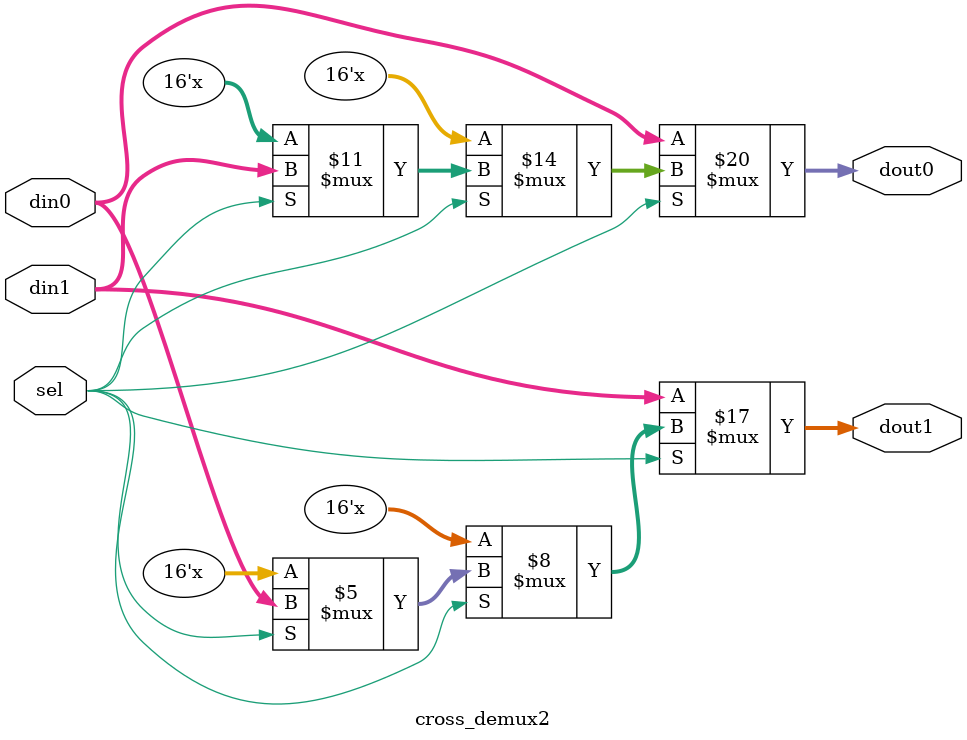
<source format=v>

`timescale 1ns / 1ps

module cross_demux2 #( parameter WIDTH = 16)
	(
    input [WIDTH-1:0] din0, din1,
    input sel,
    output reg [WIDTH-1:0] dout0,
    output reg [WIDTH-1:0] dout1
    );
	
	always@(*)begin
        if(sel == 1'b0) begin
            dout0 = din0;
            dout1 = din1;
        end
        else if(sel == 1'b1) begin
            dout0 = din1;
            dout1 = din0;
        end
        else begin
            dout0 = {WIDTH{1'bx}};
            dout1 = {WIDTH{1'bx}};
        end
    end
	
endmodule
</source>
